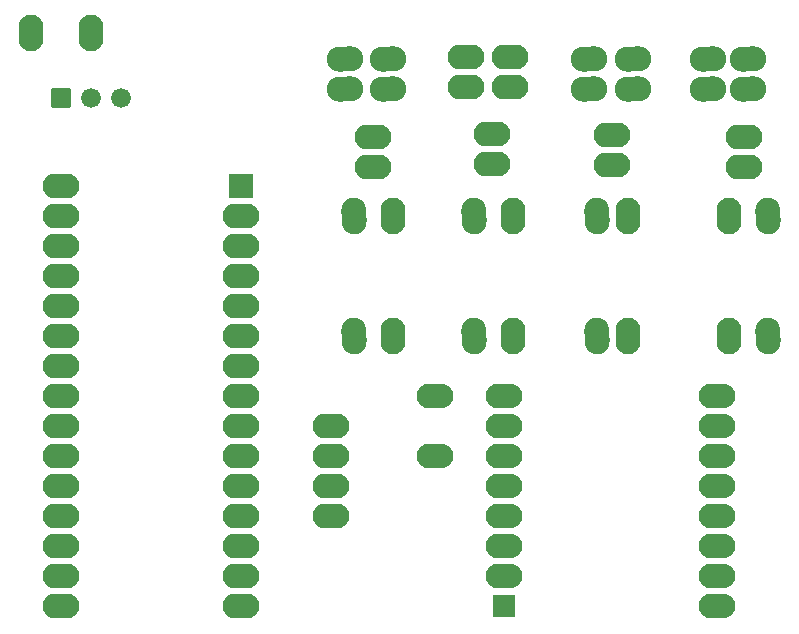
<source format=gbs>
G04 Layer: BottomSolderMaskLayer*
G04 EasyEDA v6.5.40, 2024-02-02 08:41:29*
G04 Gerber Generator version 0.2*
G04 Scale: 100 percent, Rotated: No, Reflected: No *
G04 Dimensions in millimeters *
G04 leading zeros omitted , absolute positions ,4 integer and 5 decimal *
%FSLAX45Y45*%
%MOMM*%

%AMMACRO1*1,1,$1,$2,$3*1,1,$1,$4,$5*20,1,$1,$2,$3,$4,$5,0*%
%AMMACRO2*1,1,$1,$2,$3*1,1,$1,$4,$5*1,1,$1,0-$2,0-$3*1,1,$1,0-$4,0-$5*20,1,$1,$2,$3,$4,$5,0*20,1,$1,$4,$5,0-$2,0-$3,0*20,1,$1,0-$2,0-$3,0-$4,0-$5,0*20,1,$1,0-$4,0-$5,$2,$3,0*4,1,4,$2,$3,$4,$5,0-$2,0-$3,0-$4,0-$5,$2,$3,0*%
%ADD10O,3.1000191999999998X2.1000212*%
%ADD11R,1.9000X1.9000*%
%ADD12MACRO1,2.1016X-0.0174X0.4997X0.0174X-0.4997*%
%ADD13O,2.101596X3.1015939999999995*%
%ADD14O,3.1015939999999995X2.101596*%
%ADD15MACRO1,2.1016X-0.4997X-0.0174X0.4997X0.0174*%
%ADD16MACRO2,0.1016X-0.7874X0.7874X0.7874X0.7874*%
%ADD17C,1.6764*%
%ADD18R,2.1016X2.1016*%

%LPD*%
D10*
G01*
X6121405Y660417D03*
G01*
X6121405Y914392D03*
G01*
X6121405Y1168392D03*
G01*
X6121405Y1422392D03*
G01*
X6121405Y1676392D03*
G01*
X6121405Y1930392D03*
G01*
X6121405Y2184392D03*
G01*
X6121405Y2438392D03*
G01*
X4318005Y2438392D03*
G01*
X4318005Y2184392D03*
G01*
X4318005Y1930392D03*
G01*
X4318005Y1676392D03*
G01*
X4318005Y1422392D03*
G01*
X4318005Y1168392D03*
G01*
X4318005Y914392D03*
D11*
G01*
X4318005Y660392D03*
D12*
G01*
X3048005Y2946392D03*
G01*
X3048005Y3962392D03*
G01*
X5105405Y2946392D03*
G01*
X5105405Y3962392D03*
G01*
X6553205Y2946392D03*
G01*
X6553205Y3962392D03*
G01*
X4064005Y2946392D03*
G01*
X4064005Y3962392D03*
D13*
G01*
X3378205Y3962392D03*
G01*
X3378205Y2946392D03*
G01*
X5372105Y2946392D03*
G01*
X5372105Y3962392D03*
G01*
X6223005Y3962392D03*
G01*
X6223005Y2946392D03*
G01*
X4394205Y3962392D03*
G01*
X4394205Y2946392D03*
D14*
G01*
X3213105Y4635492D03*
G01*
X3213105Y4381492D03*
G01*
X5232405Y4648192D03*
G01*
X5232405Y4394192D03*
G01*
X6350005Y4381492D03*
G01*
X6350005Y4635492D03*
G01*
X4216405Y4660892D03*
G01*
X4216405Y4406892D03*
D15*
G01*
X3340105Y5295892D03*
G01*
X3340105Y5041892D03*
G01*
X5410205Y5295892D03*
G01*
X5410205Y5041892D03*
G01*
X6388105Y5295892D03*
G01*
X6388105Y5041892D03*
D14*
G01*
X4368805Y5308592D03*
G01*
X4368805Y5054592D03*
D16*
G01*
X571500Y4965699D03*
D17*
G01*
X825505Y4965717D03*
G01*
X1079505Y4965717D03*
D13*
G01*
X321061Y5511792D03*
G01*
X821949Y5511792D03*
D14*
G01*
X574908Y4213268D03*
G01*
X2098908Y3959268D03*
G01*
X2098908Y3451268D03*
G01*
X2098908Y2943268D03*
G01*
X2098908Y2435268D03*
G01*
X2098908Y1927268D03*
G01*
X2098908Y1419268D03*
G01*
X2098908Y911268D03*
G01*
X574908Y657268D03*
G01*
X574908Y1165268D03*
G01*
X574908Y1673268D03*
G01*
X574908Y2181268D03*
G01*
X574908Y2689268D03*
G01*
X574908Y3197268D03*
G01*
X574908Y3705268D03*
G01*
X574908Y3959268D03*
G01*
X574908Y3451268D03*
G01*
X574908Y2943268D03*
G01*
X574908Y2435268D03*
G01*
X574908Y1927268D03*
G01*
X574908Y1419268D03*
G01*
X574908Y911268D03*
G01*
X2098908Y657268D03*
G01*
X2098908Y1165268D03*
G01*
X2098908Y1673268D03*
G01*
X2098908Y2181268D03*
G01*
X2098908Y2689268D03*
G01*
X2098908Y3197268D03*
G01*
X2098908Y3705268D03*
D18*
G01*
X2098908Y4213268D03*
D14*
G01*
X4000505Y5308592D03*
G01*
X4000505Y5054592D03*
D15*
G01*
X5041905Y5295892D03*
G01*
X5041905Y5041892D03*
G01*
X6045205Y5295892D03*
G01*
X6045205Y5041892D03*
G01*
X2971805Y5295892D03*
G01*
X2971805Y5041892D03*
D14*
G01*
X2857505Y1422392D03*
G01*
X2857505Y2184392D03*
G01*
X2857505Y1930392D03*
G01*
X2857505Y1676392D03*
D10*
G01*
X3733805Y1930392D03*
G01*
X3733805Y2438392D03*
M02*

</source>
